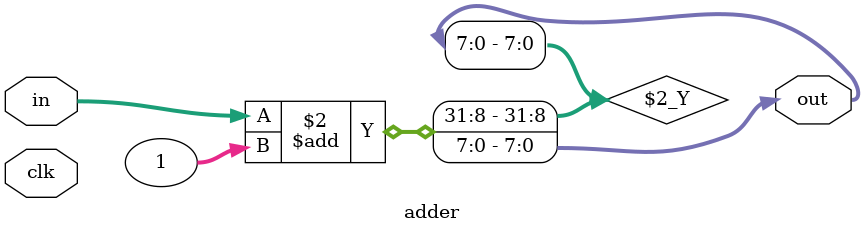
<source format=v>
module adder(clk, in, out);
	input [7:0] in;
	input clk;
	output reg [7:0] out;
	
	always@(*)
	begin
		out = in + 1;
	end
endmodule 

</source>
